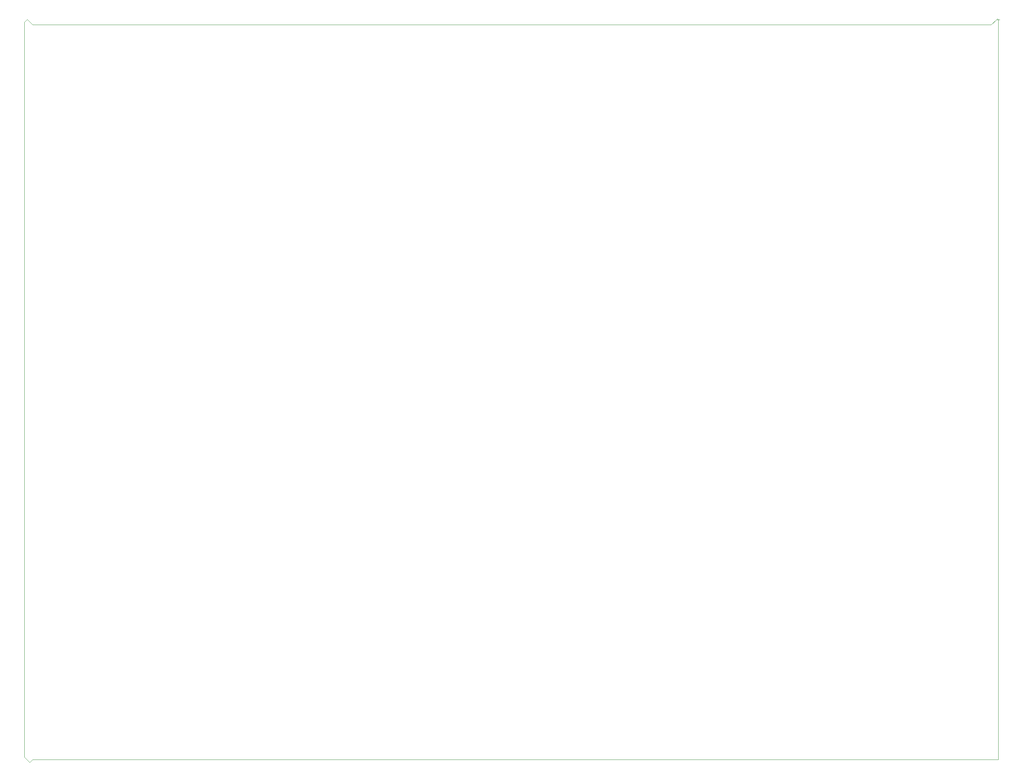
<source format=gbr>
G04*
G04 #@! TF.GenerationSoftware,Altium Limited,Altium Designer,22.11.1 (43)*
G04*
G04 Layer_Color=0*
%FSLAX44Y44*%
%MOMM*%
G71*
G04*
G04 #@! TF.SameCoordinates,685F9FB9-B41E-4883-9AF5-229453B53175*
G04*
G04*
G04 #@! TF.FilePolarity,Positive*
G04*
G01*
G75*
%ADD259C,0.0254*%
D259*
X2173829Y1752268D02*
X2161461Y1739900D01*
X-107950D01*
X-120650Y1752600D01*
X-127000Y1746250D01*
Y6350D01*
X-114300Y-6350D01*
X-107950Y0D01*
X2178050D01*
Y1752600D01*
X2177796Y1752346D01*
X2174240D01*
X2176780Y1754886D01*
X2179320Y1752346D01*
X2181606D01*
X2173829Y1752268D01*
M02*

</source>
